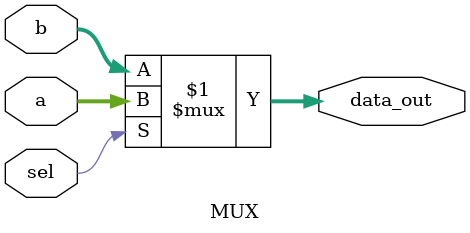
<source format=v>
module MUX
(
    input [63:0] a, b,
    input sel,
    output [63:0] data_out   
);

assign data_out = sel ? a : b;


endmodule // 
</source>
